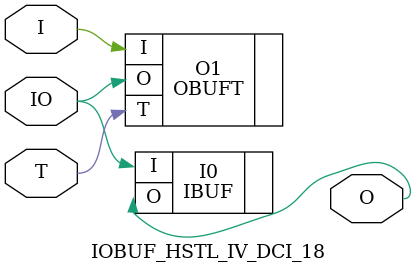
<source format=v>


`timescale  1 ps / 1 ps


module IOBUF_HSTL_IV_DCI_18 (O, IO, I, T);

    output O;

    inout  IO;

    input  I, T;

        OBUFT #(.IOSTANDARD("HSTL_IV_DCI_18") ) O1 (.O(IO), .I(I), .T(T)); 
	IBUF #(.IOSTANDARD("HSTL_IV_DCI_18"))  I0 (.O(O), .I(IO));
        

endmodule



</source>
